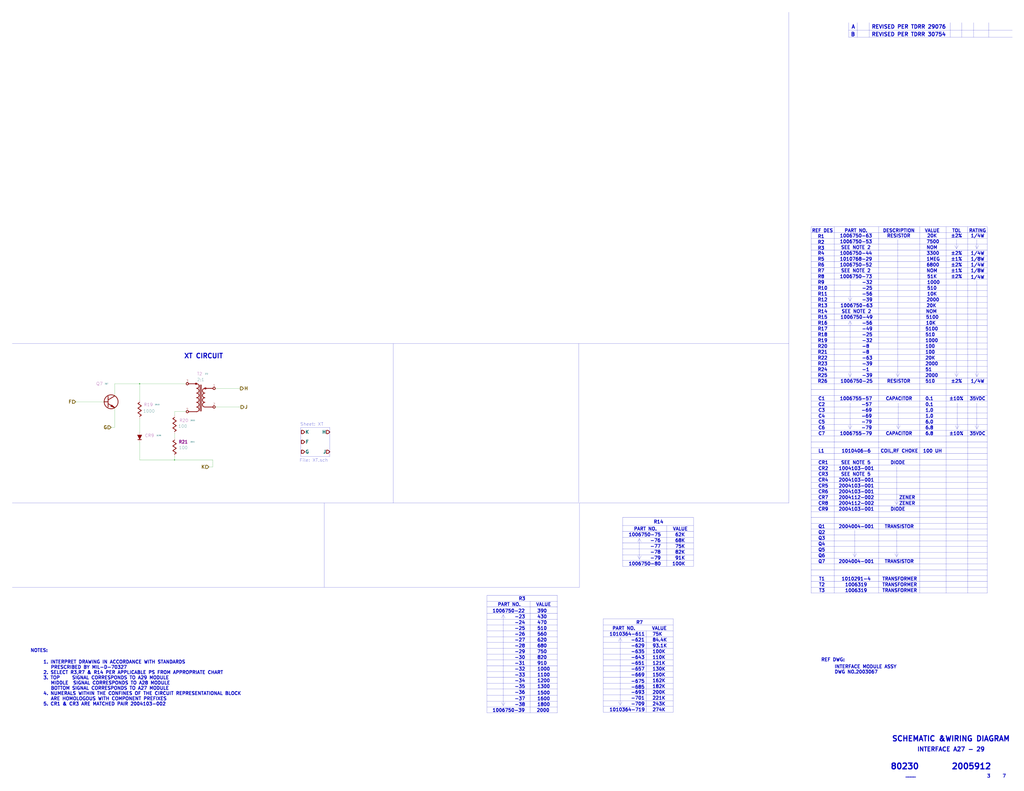
<source format=kicad_sch>
(kicad_sch (version 20211123) (generator eeschema)
  (paper "E")
  (lib_symbols
    (symbol "AGC_DSKY:Diode" (pin_numbers hide) (pin_names (offset 1.016) hide)
      (property "Reference" "CR" (at 0 5.08 0))
      (symbol "Diode_1_1"
        (pin passive line (at -5.08 0 0) (length 2.54) (name "K") (number "1"))
        (pin passive line (at 5.08 0 180) (length 2.54) (name "A") (number "2"))
      )
    )
    (symbol "AGC_DSKY:HierBody" (pin_numbers hide) (pin_names (offset 0) hide))
    (symbol "AGC_DSKY:Resistor" (pin_numbers hide) (pin_names (offset 0) hide)
      (property "Reference" "R" (at -0.635 -4.445 0))
      (symbol "Resistor_1_1"
        (pin passive line (at -10.16 0 0) (length 2.54) (name "1") (number "1"))
        (pin passive line (at 10.16 0 180) (length 2.54) (name "2") (number "2"))
      )
    )
    (symbol "AGC_DSKY:Transformer" (pin_numbers hide) (pin_names (offset 0) hide)
      (property "Reference" "T" (at 0.635 24.13 0))
      (symbol "Transformer_0_0"
        (text "1" (at 14.605 13.335 0) (effects (font (size 2.54 2.54))))
        (text "2" (at 14.605 -6.985 0) (effects (font (size 2.54 2.54))))
        (text "3" (at -14.605 18.415 0) (effects (font (size 2.54 2.54))))
        (text "4" (at -14.605 -12.065 0) (effects (font (size 2.54 2.54))))
      )
      (symbol "Transformer_1_0"
        (pin passive line (at -15.875 15.24 0) (length 0) (name "3") (number "3"))
      )
      (symbol "Transformer_1_1"
        (pin passive line (at 15.875 10.16 180) (length 0) (name "1") (number "1"))
        (pin passive line (at 15.875 -10.16 180) (length 0) (name "2") (number "2"))
        (pin passive line (at -15.875 -15.24 0) (length 0) (name "4") (number "4"))
      )
      (symbol "Transformer_1_2"
        (pin passive line (at 15.875 10.16 180) (length 0) (name "1") (number "1"))
        (pin passive line (at 15.875 -10.16 180) (length 0) (name "2") (number "2"))
        (pin passive line (at -15.875 15.24 0) (length 0) (name "3") (number "3"))
        (pin passive line (at -15.875 -15.24 0) (length 0) (name "4") (number "4"))
      )
    )
    (symbol "AGC_DSKY:Transistor-NPN" (pin_numbers hide) (pin_names (offset 0) hide)
      (property "Reference" "Q" (at 0 10.541 0))
      (symbol "Transistor-NPN_1_1"
        (pin passive line (at 3.81 6.35 180) (length 0) (name "C") (number "1"))
        (pin passive line (at -7.62 0 0) (length 0) (name "B") (number "2"))
        (pin passive line (at 3.81 -6.35 180) (length 0) (name "E") (number "3"))
      )
    )
  )
  (junction (at 190.5 502.285))
  (junction (at 152.4 419.1))
  (polyline (pts (xy 885.19 501.65) (xy 1077.595 501.65)) (stroke (width 0) (type solid)))
  (polyline (pts (xy 885.19 393.7) (xy 1077.595 393.7)) (stroke (width 0) (type solid)))
  (polyline (pts (xy 885.19 444.5) (xy 1077.595 444.5)) (stroke (width 0) (type solid)))
  (polyline (pts (xy 885.19 412.75) (xy 1077.595 412.75)) (stroke (width 0) (type solid)))
  (polyline (pts (xy 1046.48 464.82) (xy 1044.575 468.63)) (stroke (width 0) (type solid)))
  (polyline (pts (xy 1037.1074 40.64) (xy 1037.1074 24.7396)) (stroke (width 0.1524) (type solid)))
  (polyline (pts (xy 861.06 549.275) (xy 632.46 549.275)) (stroke (width 0) (type solid)))
  (polyline (pts (xy 1056.005 247.65) (xy 1056.005 647.7)) (stroke (width 0) (type solid)))
  (polyline (pts (xy 885.19 495.3) (xy 1077.595 495.3)) (stroke (width 0) (type solid)))
  (polyline (pts (xy 885.19 431.8) (xy 1077.595 431.8)) (stroke (width 0) (type solid)))
  (polyline (pts (xy 885.19 488.95) (xy 1077.595 488.95)) (stroke (width 0) (type solid)))
  (polyline (pts (xy 977.9 407.67) (xy 979.805 411.48)) (stroke (width 0) (type solid)))
  (polyline (pts (xy 885.19 406.4) (xy 1077.595 406.4)) (stroke (width 0) (type solid)))
  (polyline (pts (xy 531.495 714.375) (xy 608.33 714.375)) (stroke (width 0) (type solid)))
  (polyline (pts (xy 531.495 682.625) (xy 608.33 682.625)) (stroke (width 0) (type solid)))
  (polyline (pts (xy 531.495 708.025) (xy 608.33 708.025)) (stroke (width 0) (type solid)))
  (polyline (pts (xy 927.735 350.52) (xy 927.735 411.48)) (stroke (width 0) (type solid)))
  (polyline (pts (xy 658.495 727.075) (xy 734.695 727.075)) (stroke (width 0) (type solid)))
  (polyline (pts (xy 861.06 13.335) (xy 861.06 549.275)) (stroke (width 0) (type solid)))
  (polyline (pts (xy 531.495 701.675) (xy 608.33 701.675)) (stroke (width 0) (type solid)))
  (polyline (pts (xy 679.45 612.14) (xy 756.92 612.14)) (stroke (width 0) (type solid)))
  (polyline (pts (xy 608.33 778.51) (xy 608.33 650.24)) (stroke (width 0) (type solid)))
  (polyline (pts (xy 658.495 675.64) (xy 734.695 675.64)) (stroke (width 0) (type solid)))
  (wire (pts (xy 234.95 444.5) (xy 262.89 444.5)))
  (polyline (pts (xy 885.19 635) (xy 1077.595 635)) (stroke (width 0) (type solid)))
  (polyline (pts (xy 885.19 457.2) (xy 1077.595 457.2)) (stroke (width 0) (type solid)))
  (polyline (pts (xy 360.045 498.475) (xy 360.045 466.725)) (stroke (width 0) (type solid)))
  (polyline (pts (xy 531.495 772.16) (xy 608.33 772.16)) (stroke (width 0) (type solid)))
  (polyline (pts (xy 658.495 739.775) (xy 734.695 739.775)) (stroke (width 0) (type solid)))
  (polyline (pts (xy 699.77 607.06) (xy 697.865 610.87)) (stroke (width 0) (type solid)))
  (polyline (pts (xy 958.85 247.65) (xy 958.85 647.7)) (stroke (width 0) (type solid)))
  (polyline (pts (xy 978.535 550.545) (xy 978.535 509.27)) (stroke (width 0) (type solid)))
  (wire (pts (xy 232.41 502.285) (xy 232.41 509.905)))
  (polyline (pts (xy 632.46 549.275) (xy 632.46 641.35)) (stroke (width 0) (type solid)))
  (polyline (pts (xy 910.59 247.65) (xy 910.59 647.7)) (stroke (width 0) (type solid)))
  (polyline (pts (xy 328.295 498.475) (xy 360.045 498.475)) (stroke (width 0) (type solid)))
  (polyline (pts (xy 1064.26 407.67) (xy 1066.165 411.48)) (stroke (width 0) (type solid)))
  (polyline (pts (xy 531.495 746.125) (xy 608.33 746.125)) (stroke (width 0) (type solid)))
  (polyline (pts (xy 885.19 603.25) (xy 1077.595 603.25)) (stroke (width 0) (type solid)))
  (polyline (pts (xy 885.19 469.9) (xy 1077.595 469.9)) (stroke (width 0) (type solid)))
  (polyline (pts (xy 658.495 746.125) (xy 734.695 746.125)) (stroke (width 0) (type solid)))
  (polyline (pts (xy 679.45 586.74) (xy 756.92 586.74)) (stroke (width 0) (type solid)))
  (polyline (pts (xy 978.535 607.695) (xy 978.535 579.12)) (stroke (width 0) (type solid)))
  (polyline (pts (xy 885.19 463.55) (xy 1077.595 463.55)) (stroke (width 0) (type solid)))
  (polyline (pts (xy 1068.07 267.97) (xy 1066.165 271.78)) (stroke (width 0) (type solid)))
  (polyline (pts (xy 885.19 285.75) (xy 1077.595 285.75)) (stroke (width 0) (type solid)))
  (polyline (pts (xy 1049.8074 40.64) (xy 1049.8074 24.7396)) (stroke (width 0.1524) (type solid)))
  (polyline (pts (xy 885.19 247.65) (xy 1077.595 247.65)) (stroke (width 0) (type solid)))
  (polyline (pts (xy 531.495 733.425) (xy 608.33 733.425)) (stroke (width 0) (type solid)))
  (wire (pts (xy 113.665 438.785) (xy 82.55 438.785)))
  (polyline (pts (xy 885.19 349.25) (xy 1077.595 349.25)) (stroke (width 0) (type solid)))
  (wire (pts (xy 190.5 453.39) (xy 190.5 449.58)))
  (polyline (pts (xy 930.91 604.52) (xy 932.815 608.33)) (stroke (width 0) (type solid)))
  (polyline (pts (xy 885.19 508) (xy 1077.595 508)) (stroke (width 0) (type solid)))
  (polyline (pts (xy 697.865 610.235) (xy 697.865 588.01)) (stroke (width 0) (type solid)))
  (wire (pts (xy 152.4 502.285) (xy 190.5 502.285)))
  (wire (pts (xy 152.4 482.6) (xy 152.4 502.285)))
  (polyline (pts (xy 885.19 533.4) (xy 1077.595 533.4)) (stroke (width 0) (type solid)))
  (polyline (pts (xy 929.64 325.12) (xy 927.735 328.93)) (stroke (width 0) (type solid)))
  (polyline (pts (xy 885.19 292.1) (xy 1077.595 292.1)) (stroke (width 0) (type solid)))
  (polyline (pts (xy 531.495 695.325) (xy 608.33 695.325)) (stroke (width 0) (type solid)))
  (polyline (pts (xy 547.37 675.005) (xy 549.275 671.195)) (stroke (width 0) (type solid)))
  (polyline (pts (xy 1066.165 271.78) (xy 1066.165 261.62)) (stroke (width 0) (type solid)))
  (polyline (pts (xy 976.63 547.37) (xy 978.535 551.18)) (stroke (width 0) (type solid)))
  (polyline (pts (xy 695.96 607.06) (xy 697.865 610.87)) (stroke (width 0) (type solid)))
  (polyline (pts (xy 885.19 539.75) (xy 1077.595 539.75)) (stroke (width 0) (type solid)))
  (polyline (pts (xy 980.44 604.52) (xy 978.535 608.33)) (stroke (width 0) (type solid)))
  (polyline (pts (xy 927.735 328.93) (xy 927.735 306.07)) (stroke (width 0) (type solid)))
  (polyline (pts (xy 885.19 311.15) (xy 1077.595 311.15)) (stroke (width 0) (type solid)))
  (polyline (pts (xy 699.77 591.82) (xy 697.865 588.01)) (stroke (width 0) (type solid)))
  (polyline (pts (xy 678.815 766.445) (xy 676.91 770.255)) (stroke (width 0) (type solid)))
  (polyline (pts (xy 531.495 676.275) (xy 608.33 676.275)) (stroke (width 0) (type solid)))
  (polyline (pts (xy 885.19 400.05) (xy 1077.595 400.05)) (stroke (width 0) (type solid)))
  (polyline (pts (xy 934.72 604.52) (xy 932.815 608.33)) (stroke (width 0) (type solid)))
  (polyline (pts (xy 658.495 720.725) (xy 734.695 720.725)) (stroke (width 0) (type solid)))
  (polyline (pts (xy 1003.935 247.65) (xy 1003.935 647.7)) (stroke (width 0) (type solid)))
  (polyline (pts (xy 705.485 688.975) (xy 705.485 777.875)) (stroke (width 0) (type solid)))
  (polyline (pts (xy 1042.035 267.97) (xy 1043.94 271.78)) (stroke (width 0) (type solid)))
  (polyline (pts (xy 1064.26 267.97) (xy 1066.165 271.78)) (stroke (width 0) (type solid)))
  (polyline (pts (xy 885.19 476.25) (xy 1077.595 476.25)) (stroke (width 0) (type solid)))
  (polyline (pts (xy 531.495 765.81) (xy 608.33 765.81)) (stroke (width 0) (type solid)))
  (polyline (pts (xy 658.495 765.175) (xy 734.695 765.175)) (stroke (width 0) (type solid)))
  (polyline (pts (xy 1068.07 464.82) (xy 1066.165 468.63)) (stroke (width 0) (type solid)))
  (polyline (pts (xy 678.815 700.405) (xy 676.91 696.595)) (stroke (width 0) (type solid)))
  (polyline (pts (xy 679.45 574.04) (xy 756.92 574.04)) (stroke (width 0) (type solid)))
  (polyline (pts (xy 578.485 656.59) (xy 578.485 778.51)) (stroke (width 0) (type solid)))
  (polyline (pts (xy 885.19 304.8) (xy 1077.595 304.8)) (stroke (width 0) (type solid)))
  (polyline (pts (xy 885.19 355.6) (xy 1077.595 355.6)) (stroke (width 0) (type solid)))
  (polyline (pts (xy 885.19 254) (xy 1077.595 254)) (stroke (width 0) (type solid)))
  (polyline (pts (xy 658.495 777.875) (xy 734.695 777.875)) (stroke (width 0) (type solid)))
  (polyline (pts (xy 695.96 591.82) (xy 697.865 588.01)) (stroke (width 0) (type solid)))
  (wire (pts (xy 125.095 432.435) (xy 125.095 419.1)))
  (polyline (pts (xy 925.83 354.33) (xy 927.735 350.52)) (stroke (width 0) (type solid)))
  (polyline (pts (xy 885.19 273.05) (xy 1077.595 273.05)) (stroke (width 0) (type solid)))
  (polyline (pts (xy 679.45 565.15) (xy 756.92 565.15)) (stroke (width 0) (type solid)))
  (polyline (pts (xy 885.19 552.45) (xy 1077.595 552.45)) (stroke (width 0) (type solid)))
  (polyline (pts (xy 1077.595 247.65) (xy 1077.595 647.7)) (stroke (width 0) (type solid)))
  (polyline (pts (xy 885.19 330.2) (xy 1077.595 330.2)) (stroke (width 0) (type solid)))
  (polyline (pts (xy 658.495 758.825) (xy 734.695 758.825)) (stroke (width 0) (type solid)))
  (polyline (pts (xy 547.37 767.08) (xy 549.275 770.89)) (stroke (width 0) (type solid)))
  (polyline (pts (xy 885.19 590.55) (xy 1077.595 590.55)) (stroke (width 0) (type solid)))
  (polyline (pts (xy 885.19 342.9) (xy 1077.595 342.9)) (stroke (width 0) (type solid)))
  (polyline (pts (xy 926.1094 40.64) (xy 926.1094 24.765)) (stroke (width 0.1524) (type solid)))
  (polyline (pts (xy 982.345 464.82) (xy 980.44 468.63)) (stroke (width 0) (type solid)))
  (polyline (pts (xy 1062.5074 40.64) (xy 1062.5074 24.7396)) (stroke (width 0.1524) (type solid)))
  (wire (pts (xy 190.5 449.58) (xy 203.2 449.58)))
  (polyline (pts (xy 531.495 739.775) (xy 608.33 739.775)) (stroke (width 0) (type solid)))
  (polyline (pts (xy 885.19 368.3) (xy 1077.595 368.3)) (stroke (width 0) (type solid)))
  (polyline (pts (xy 929.64 464.82) (xy 927.735 468.63)) (stroke (width 0) (type solid)))
  (polyline (pts (xy 925.83 325.12) (xy 927.735 328.93)) (stroke (width 0) (type solid)))
  (polyline (pts (xy 981.71 407.67) (xy 979.805 411.48)) (stroke (width 0) (type solid)))
  (polyline (pts (xy 531.495 650.24) (xy 608.33 650.24)) (stroke (width 0) (type solid)))
  (polyline (pts (xy 929.64 407.67) (xy 927.735 411.48)) (stroke (width 0) (type solid)))
  (polyline (pts (xy 658.495 708.025) (xy 734.695 708.025)) (stroke (width 0) (type solid)))
  (polyline (pts (xy 429.26 375.285) (xy 429.26 549.275)) (stroke (width 0) (type solid)))
  (polyline (pts (xy 885.19 584.2) (xy 1077.595 584.2)) (stroke (width 0) (type solid)))
  (polyline (pts (xy 551.18 675.005) (xy 549.275 671.195)) (stroke (width 0) (type solid)))
  (polyline (pts (xy 658.495 777.875) (xy 658.495 675.64)) (stroke (width 0) (type solid)))
  (polyline (pts (xy 531.495 656.59) (xy 608.33 656.59)) (stroke (width 0) (type solid)))
  (polyline (pts (xy 885.19 615.95) (xy 1077.595 615.95)) (stroke (width 0) (type solid)))
  (polyline (pts (xy 932.815 607.695) (xy 932.815 579.12)) (stroke (width 0) (type solid)))
  (polyline (pts (xy 948.69 40.64) (xy 948.69 24.7396)) (stroke (width 0.1524) (type solid)))
  (polyline (pts (xy 1078.992 40.6146) (xy 1078.992 24.7396)) (stroke (width 0.1524) (type solid)))
  (wire (pts (xy 234.95 424.18) (xy 262.255 424.18)))
  (polyline (pts (xy 658.495 771.525) (xy 734.695 771.525)) (stroke (width 0) (type solid)))
  (polyline (pts (xy 885.19 336.55) (xy 1077.595 336.55)) (stroke (width 0) (type solid)))
  (polyline (pts (xy 1045.845 407.67) (xy 1043.94 411.48)) (stroke (width 0) (type solid)))
  (polyline (pts (xy 885.19 374.65) (xy 1077.595 374.65)) (stroke (width 0) (type solid)))
  (polyline (pts (xy 734.695 675.64) (xy 734.695 777.875)) (stroke (width 0) (type solid)))
  (polyline (pts (xy 885.19 565.15) (xy 1077.595 565.15)) (stroke (width 0) (type solid)))
  (polyline (pts (xy 531.495 720.725) (xy 608.33 720.725)) (stroke (width 0) (type solid)))
  (wire (pts (xy 125.095 445.135) (xy 125.095 466.725)))
  (polyline (pts (xy 1043.94 411.48) (xy 1043.94 306.07)) (stroke (width 0) (type solid)))
  (polyline (pts (xy 13.335 375.285) (xy 861.06 375.285)) (stroke (width 0) (type solid)))
  (polyline (pts (xy 531.495 727.075) (xy 608.33 727.075)) (stroke (width 0) (type solid)))
  (polyline (pts (xy 885.19 425.45) (xy 1077.595 425.45)) (stroke (width 0) (type solid)))
  (polyline (pts (xy 885.19 266.7) (xy 1077.595 266.7)) (stroke (width 0) (type solid)))
  (polyline (pts (xy 631.825 548.64) (xy 631.825 375.285)) (stroke (width 0) (type solid)))
  (polyline (pts (xy 885.19 323.85) (xy 1077.595 323.85)) (stroke (width 0) (type solid)))
  (polyline (pts (xy 531.495 759.46) (xy 608.33 759.46)) (stroke (width 0) (type solid)))
  (polyline (pts (xy 925.83 407.67) (xy 927.735 411.48)) (stroke (width 0) (type solid)))
  (polyline (pts (xy 658.495 688.975) (xy 734.695 688.975)) (stroke (width 0) (type solid)))
  (polyline (pts (xy 885.19 628.65) (xy 1077.595 628.65)) (stroke (width 0) (type solid)))
  (polyline (pts (xy 531.495 688.975) (xy 608.33 688.975)) (stroke (width 0) (type solid)))
  (polyline (pts (xy 658.495 701.675) (xy 734.695 701.675)) (stroke (width 0) (type solid)))
  (polyline (pts (xy 885.19 571.5) (xy 1077.595 571.5)) (stroke (width 0) (type solid)))
  (polyline (pts (xy 885.19 546.1) (xy 1077.595 546.1)) (stroke (width 0) (type solid)))
  (polyline (pts (xy 976.63 604.52) (xy 978.535 608.33)) (stroke (width 0) (type solid)))
  (polyline (pts (xy 675.005 700.405) (xy 676.91 696.595)) (stroke (width 0) (type solid)))
  (polyline (pts (xy 885.19 641.35) (xy 1077.595 641.35)) (stroke (width 0) (type solid)))
  (polyline (pts (xy 978.535 464.82) (xy 980.44 468.63)) (stroke (width 0) (type solid)))
  (polyline (pts (xy 531.495 752.475) (xy 608.33 752.475)) (stroke (width 0) (type solid)))
  (polyline (pts (xy 885.19 387.35) (xy 1077.595 387.35)) (stroke (width 0) (type solid)))
  (polyline (pts (xy 531.495 778.51) (xy 531.495 650.24)) (stroke (width 0) (type solid)))
  (polyline (pts (xy 328.295 466.725) (xy 328.295 498.475)) (stroke (width 0) (type solid)))
  (polyline (pts (xy 885.19 520.7) (xy 1077.595 520.7)) (stroke (width 0) (type solid)))
  (polyline (pts (xy 885.19 647.7) (xy 1077.595 647.7)) (stroke (width 0) (type solid)))
  (polyline (pts (xy 980.44 467.995) (xy 980.44 440.055)) (stroke (width 0) (type solid)))
  (polyline (pts (xy 885.19 622.3) (xy 1077.595 622.3)) (stroke (width 0) (type solid)))
  (polyline (pts (xy 925.83 464.82) (xy 927.735 468.63)) (stroke (width 0) (type solid)))
  (polyline (pts (xy 1068.07 407.67) (xy 1066.165 411.48)) (stroke (width 0) (type solid)))
  (polyline (pts (xy 927.735 467.995) (xy 927.735 440.055)) (stroke (width 0) (type solid)))
  (polyline (pts (xy 531.495 662.94) (xy 608.33 662.94)) (stroke (width 0) (type solid)))
  (polyline (pts (xy 679.45 565.15) (xy 679.45 618.49)) (stroke (width 0) (type solid)))
  (wire (pts (xy 152.4 419.1) (xy 203.2 419.1)))
  (polyline (pts (xy 929.64 354.33) (xy 927.735 350.52)) (stroke (width 0) (type solid)))
  (polyline (pts (xy 658.495 682.625) (xy 734.695 682.625)) (stroke (width 0) (type solid)))
  (polyline (pts (xy 679.45 618.49) (xy 756.92 618.49)) (stroke (width 0) (type solid)))
  (polyline (pts (xy 1043.94 271.78) (xy 1043.94 261.62)) (stroke (width 0) (type solid)))
  (polyline (pts (xy 885.19 527.05) (xy 1077.595 527.05)) (stroke (width 0) (type solid)))
  (polyline (pts (xy 885.19 419.1) (xy 1077.595 419.1)) (stroke (width 0) (type solid)))
  (wire (pts (xy 152.4 436.88) (xy 152.4 419.1)))
  (polyline (pts (xy 679.45 605.79) (xy 756.92 605.79)) (stroke (width 0) (type solid)))
  (polyline (pts (xy 885.19 482.6) (xy 1077.595 482.6)) (stroke (width 0) (type solid)))
  (polyline (pts (xy 885.19 298.45) (xy 1077.595 298.45)) (stroke (width 0) (type solid)))
  (polyline (pts (xy 885.19 279.4) (xy 1077.595 279.4)) (stroke (width 0) (type solid)))
  (polyline (pts (xy 13.335 549.275) (xy 631.825 549.275)) (stroke (width 0) (type solid)))
  (polyline (pts (xy 1066.165 411.48) (xy 1066.165 306.07)) (stroke (width 0) (type solid)))
  (polyline (pts (xy 549.275 770.255) (xy 549.275 671.195)) (stroke (width 0) (type solid)))
  (polyline (pts (xy 885.19 260.35) (xy 1077.595 260.35)) (stroke (width 0) (type solid)))
  (polyline (pts (xy 885.19 361.95) (xy 1077.595 361.95)) (stroke (width 0) (type solid)))
  (polyline (pts (xy 679.45 593.09) (xy 756.92 593.09)) (stroke (width 0) (type solid)))
  (polyline (pts (xy 676.91 769.62) (xy 676.91 696.595)) (stroke (width 0) (type solid)))
  (wire (pts (xy 190.5 502.285) (xy 232.41 502.285)))
  (polyline (pts (xy 679.45 580.39) (xy 756.92 580.39)) (stroke (width 0) (type solid)))
  (polyline (pts (xy 658.495 714.375) (xy 734.695 714.375)) (stroke (width 0) (type solid)))
  (polyline (pts (xy 1044.575 467.995) (xy 1044.575 440.055)) (stroke (width 0) (type solid)))
  (polyline (pts (xy 551.18 767.08) (xy 549.275 770.89)) (stroke (width 0) (type solid)))
  (polyline (pts (xy 756.92 565.15) (xy 756.92 618.49)) (stroke (width 0) (type solid)))
  (wire (pts (xy 190.5 478.155) (xy 190.5 473.71)))
  (polyline (pts (xy 980.44 547.37) (xy 978.535 551.18)) (stroke (width 0) (type solid)))
  (polyline (pts (xy 531.495 669.925) (xy 608.33 669.925)) (stroke (width 0) (type solid)))
  (wire (pts (xy 125.095 466.725) (xy 121.285 466.725)))
  (polyline (pts (xy 979.805 261.62) (xy 979.805 411.48)) (stroke (width 0) (type solid)))
  (polyline (pts (xy 885.19 247.65) (xy 885.19 647.7)) (stroke (width 0) (type solid)))
  (polyline (pts (xy 885.19 577.85) (xy 1077.595 577.85)) (stroke (width 0) (type solid)))
  (polyline (pts (xy 885.19 381) (xy 1077.595 381)) (stroke (width 0) (type solid)))
  (polyline (pts (xy 727.71 574.04) (xy 727.71 618.49)) (stroke (width 0) (type solid)))
  (polyline (pts (xy 675.005 766.445) (xy 676.91 770.255)) (stroke (width 0) (type solid)))
  (polyline (pts (xy 1042.67 464.82) (xy 1044.575 468.63)) (stroke (width 0) (type solid)))
  (polyline (pts (xy 935.7106 40.64) (xy 935.7106 24.765)) (stroke (width 0.1524) (type solid)))
  (wire (pts (xy 232.41 509.905) (xy 227.965 509.905)))
  (polyline (pts (xy 353.695 641.35) (xy 353.695 549.275)) (stroke (width 0) (type solid)))
  (polyline (pts (xy 658.495 752.475) (xy 734.695 752.475)) (stroke (width 0) (type solid)))
  (polyline (pts (xy 531.495 778.51) (xy 608.33 778.51)) (stroke (width 0) (type solid)))
  (wire (pts (xy 125.095 419.1) (xy 152.4 419.1)))
  (polyline (pts (xy 885.19 514.35) (xy 1077.595 514.35)) (stroke (width 0) (type solid)))
  (polyline (pts (xy 885.19 558.8) (xy 1077.595 558.8)) (stroke (width 0) (type solid)))
  (polyline (pts (xy 885.19 596.9) (xy 1077.595 596.9)) (stroke (width 0) (type solid)))
  (polyline (pts (xy 1104.9 33.02) (xy 926.1094 33.02)) (stroke (width 0.1524) (type solid)))
  (polyline (pts (xy 1066.165 467.995) (xy 1066.165 440.055)) (stroke (width 0) (type solid)))
  (polyline (pts (xy 360.045 466.725) (xy 328.295 466.725)) (stroke (width 0) (type solid)))
  (polyline (pts (xy 1042.035 407.67) (xy 1043.94 411.48)) (stroke (width 0) (type solid)))
  (polyline (pts (xy 658.495 733.425) (xy 734.695 733.425)) (stroke (width 0) (type solid)))
  (polyline (pts (xy 1104.9 40.64) (xy 926.1094 40.64)) (stroke (width 0.1524) (type solid)))
  (polyline (pts (xy 885.19 438.15) (xy 1077.595 438.15)) (stroke (width 0) (type solid)))
  (polyline (pts (xy 679.45 599.44) (xy 756.92 599.44)) (stroke (width 0) (type solid)))
  (wire (pts (xy 190.5 498.475) (xy 190.5 502.285)))
  (polyline (pts (xy 885.19 317.5) (xy 1077.595 317.5)) (stroke (width 0) (type solid)))
  (polyline (pts (xy 1032.51 247.65) (xy 1032.51 647.7)) (stroke (width 0) (type solid)))
  (polyline (pts (xy 885.19 450.85) (xy 1077.595 450.85)) (stroke (width 0) (type solid)))
  (polyline (pts (xy 885.19 609.6) (xy 1077.595 609.6)) (stroke (width 0) (type solid)))
  (wire (pts (xy 152.4 457.2) (xy 152.4 472.44)))
  (polyline (pts (xy 658.495 695.325) (xy 734.695 695.325)) (stroke (width 0) (type solid)))
  (polyline (pts (xy 1064.26 464.82) (xy 1066.165 468.63)) (stroke (width 0) (type solid)))
  (polyline (pts (xy 1045.845 267.97) (xy 1043.94 271.78)) (stroke (width 0) (type solid)))
  (polyline (pts (xy 13.335 641.35) (xy 632.46 641.35)) (stroke (width 0) (type solid)))
  (text "1800" (at 586.105 771.525 0) (effects (font (size 3.556 3.556) (thickness 0.7112) bold) (justify left bottom)))
  (text "6800" (at 1010.92 291.465 0) (effects (font (size 3.556 3.556) (thickness 0.7112) bold) (justify left bottom)))
  (text "-31" (at 561.34 726.44 0) (effects (font (size 3.556 3.556) (thickness 0.7112) bold) (justify left bottom)))
  (text "Q5" (at 892.81 602.615 0) (effects (font (size 3.556 3.556) (thickness 0.7112) bold) (justify left bottom)))
  (text "-35" (at 561.34 751.84 0) (effects (font (size 3.556 3.556) (thickness 0.7112) bold) (justify left bottom)))
  (text "±2%" (at 1037.59 291.465 0) (effects (font (size 3.556 3.556) (thickness 0.7112) bold) (justify left bottom)))
  (text "1006750-75" (at 685.8 586.105 0) (effects (font (size 3.556 3.556) (thickness 0.7112) bold) (justify left bottom)))
  (text "DIODE" (at 971.55 558.165 0) (effects (font (size 3.556 3.556) (thickness 0.7112) bold) (justify left bottom)))
  (text "SEE NOTE 5" (at 917.575 507.365 0) (effects (font (size 3.556 3.556) (thickness 0.7112) bold) (justify left bottom)))
  (text "1/8W" (at 1059.18 297.815 0) (effects (font (size 3.556 3.556) (thickness 0.7112) bold) (justify left bottom)))
  (text "1MEG" (at 1010.92 285.115 0) (effects (font (size 3.556 3.556) (thickness 0.7112) bold) (justify left bottom)))
  (text "TRANSFORMER" (at 962.66 634.365 0) (effects (font (size 3.556 3.556) (thickness 0.7112) bold) (justify left bottom)))
  (text "84.4K" (at 711.835 701.04 0) (effects (font (size 3.556 3.556) (thickness 0.7112) bold) (justify left bottom)))
  (text "-78" (at 709.295 605.155 0) (effects (font (size 3.556 3.556) (thickness 0.7112) bold) (justify left bottom)))
  (text "-693" (at 688.34 758.19 0) (effects (font (size 3.556 3.556) (thickness 0.7112) bold) (justify left bottom)))
  (text "R19" (at 892.175 374.015 0) (effects (font (size 3.556 3.556) (thickness 0.7112) bold) (justify left bottom)))
  (text "-76" (at 709.295 592.455 0) (effects (font (size 3.556 3.556) (thickness 0.7112) bold) (justify left bottom)))
  (text "0.1" (at 1009.65 443.865 0) (effects (font (size 3.556 3.556) (thickness 0.7112) bold) (justify left bottom)))
  (text "R7" (at 892.175 297.815 0) (effects (font (size 3.556 3.556) (thickness 0.7112) bold) (justify left bottom)))
  (text "±1%" (at 1037.59 297.815 0) (effects (font (size 3.556 3.556) (thickness 0.7112) bold) (justify left bottom)))
  (text "XT CIRCUIT" (at 243.84 391.795 180) (effects (font (size 5.08 5.08) (thickness 1.016) bold) (justify right bottom)))
  (text "2000" (at 1009.65 412.115 0) (effects (font (size 3.556 3.556) (thickness 0.7112) bold) (justify left bottom)))
  (text "R22" (at 892.175 393.065 0) (effects (font (size 3.556 3.556) (thickness 0.7112) bold) (justify left bottom)))
  (text "100 UH" (at 1007.11 494.665 0) (effects (font (size 3.556 3.556) (thickness 0.7112) bold) (justify left bottom)))
  (text "200K" (at 711.835 758.19 0) (effects (font (size 3.556 3.556) (thickness 0.7112) bold) (justify left bottom)))
  (text "R16" (at 892.175 354.965 0) (effects (font (size 3.556 3.556) (thickness 0.7112) bold) (justify left bottom)))
  (text "PART NO." (at 668.02 688.34 0) (effects (font (size 3.556 3.556) (thickness 0.7112) bold) (justify left bottom)))
  (text "80230" (at 971.55 840.74 0) (effects (font (size 6.35 6.35) (thickness 1.27) bold) (justify left bottom)))
  (text "CR1" (at 892.81 507.365 0) (effects (font (size 3.556 3.556) (thickness 0.7112) bold) (justify left bottom)))
  (text "±2%" (at 1037.59 278.765 0) (effects (font (size 3.556 3.556) (thickness 0.7112) bold) (justify left bottom)))
  (text "RESISTOR" (at 967.74 418.465 0) (effects (font (size 3.556 3.556) (thickness 0.7112) bold) (justify left bottom)))
  (text "2004112-002" (at 915.035 551.815 0) (effects (font (size 3.556 3.556) (thickness 0.7112) bold) (justify left bottom)))
  (text "R12" (at 892.175 329.565 0) (effects (font (size 3.556 3.556) (thickness 0.7112) bold) (justify left bottom)))
  (text "Q7" (at 892.81 615.315 0) (effects (font (size 3.556 3.556) (thickness 0.7112) bold) (justify left bottom)))
  (text "82K" (at 736.6 605.155 0) (effects (font (size 3.556 3.556) (thickness 0.7112) bold) (justify left bottom)))
  (text "-685" (at 688.34 752.475 0) (effects (font (size 3.556 3.556) (thickness 0.7112) bold) (justify left bottom)))
  (text "20K" (at 1010.92 335.915 0) (effects (font (size 3.556 3.556) (thickness 0.7112) bold) (justify left bottom)))
  (text "CR7" (at 892.81 545.465 0) (effects (font (size 3.556 3.556) (thickness 0.7112) bold) (justify left bottom)))
  (text "R10" (at 892.175 316.865 0) (effects (font (size 3.556 3.556) (thickness 0.7112) bold) (justify left bottom)))
  (text "390" (at 586.105 669.29 0) (effects (font (size 3.556 3.556) (thickness 0.7112) bold) (justify left bottom)))
  (text "C2" (at 892.81 443.865 0) (effects (font (size 3.556 3.556) (thickness 0.7112) bold) (justify left bottom)))
  (text "-38" (at 561.34 771.525 0) (effects (font (size 3.556 3.556) (thickness 0.7112) bold) (justify left bottom)))
  (text "-79" (at 939.8 462.915 0) (effects (font (size 3.556 3.556) (thickness 0.7112) bold) (justify left bottom)))
  (text "1/4W" (at 1059.18 418.465 0) (effects (font (size 3.556 3.556) (thickness 0.7112) bold) (justify left bottom)))
  (text "35VDC" (at 1057.91 437.515 0) (effects (font (size 3.556 3.556) (thickness 0.7112) bold) (justify left bottom)))
  (text "2000" (at 585.47 777.875 0) (effects (font (size 3.556 3.556) (thickness 0.7112) bold) (justify left bottom)))
  (text "COIL,RF CHOKE" (at 960.755 494.665 0) (effects (font (size 3.556 3.556) (thickness 0.7112) bold) (justify left bottom)))
  (text "51K" (at 1011.555 304.165 0) (effects (font (size 3.556 3.556) (thickness 0.7112) bold) (justify left bottom)))
  (text "CR6" (at 892.81 539.115 0) (effects (font (size 3.556 3.556) (thickness 0.7112) bold) (justify left bottom)))
  (text "R8" (at 892.175 304.165 0) (effects (font (size 3.556 3.556) (thickness 0.7112) bold) (justify left bottom)))
  (text "-25" (at 940.435 316.865 0) (effects (font (size 3.556 3.556) (thickness 0.7112) bold) (justify left bottom)))
  (text "C5" (at 892.81 462.915 0) (effects (font (size 3.556 3.556) (thickness 0.7112) bold) (justify left bottom)))
  (text "162K" (at 711.835 745.49 0) (effects (font (size 3.556 3.556) (thickness 0.7112) bold) (justify left bottom)))
  (text "ZENER" (at 981.075 551.815 0) (effects (font (size 3.556 3.556) (thickness 0.7112) bold) (justify left bottom)))
  (text "Q4" (at 892.81 596.265 0) (effects (font (size 3.556 3.556) (thickness 0.7112) bold) (justify left bottom)))
  (text "121K" (at 711.835 726.44 0) (effects (font (size 3.556 3.556) (thickness 0.7112) bold) (justify left bottom)))
  (text "-36" (at 561.34 758.19 0) (effects (font (size 3.556 3.556) (thickness 0.7112) bold) (justify left bottom)))
  (text "1006750-80" (at 685.8 617.855 0) (effects (font (size 3.556 3.556) (thickness 0.7112) bold) (justify left bottom)))
  (text "DESCRIPTION" (at 963.295 254 0) (effects (font (size 3.556 3.556) (thickness 0.7112) bold) (justify left bottom)))
  (text "-49" (at 940.435 361.315 0) (effects (font (size 3.556 3.556) (thickness 0.7112) bold) (justify left bottom)))
  (text "±2%" (at 1037.59 418.465 0) (effects (font (size 3.556 3.556) (thickness 0.7112) bold) (justify left bottom)))
  (text "Q2" (at 892.81 583.565 0) (effects (font (size 3.556 3.556) (thickness 0.7112) bold) (justify left bottom)))
  (text "6.8" (at 1009.65 475.615 0) (effects (font (size 3.556 3.556) (thickness 0.7112) bold) (justify left bottom)))
  (text "-63" (at 940.435 393.065 0) (effects (font (size 3.556 3.556) (thickness 0.7112) bold) (justify left bottom)))
  (text "R4" (at 892.175 278.765 0) (effects (font (size 3.556 3.556) (thickness 0.7112) bold) (justify left bottom)))
  (text "93.1K" (at 711.835 707.39 0) (effects (font (size 3.556 3.556) (thickness 0.7112) bold) (justify left bottom)))
  (text "R26" (at 892.175 418.465 0) (effects (font (size 3.556 3.556) (thickness 0.7112) bold) (justify left bottom)))
  (text "T2" (at 893.445 640.715 0) (effects (font (size 3.556 3.556) (thickness 0.7112) bold) (justify left bottom)))
  (text "R25" (at 892.175 412.115 0) (effects (font (size 3.556 3.556) (thickness 0.7112) bold) (justify left bottom)))
  (text "0.1" (at 1009.65 437.515 0) (effects (font (size 3.556 3.556) (thickness 0.7112) bold) (justify left bottom)))
  (text "CR4" (at 892.81 526.415 0) (effects (font (size 3.556 3.556) (thickness 0.7112) bold) (justify left bottom)))
  (text "Q3" (at 892.81 589.915 0) (effects (font (size 3.556 3.556) (thickness 0.7112) bold) (justify left bottom)))
  (text "-32" (at 940.435 374.015 0) (effects (font (size 3.556 3.556) (thickness 0.7112) bold) (justify left bottom)))
  (text "____" (at 988.06 848.995 0) (effects (font (size 3.556 3.556) (thickness 0.7112) bold) (justify left bottom)))
  (text "R6" (at 892.175 291.465 0) (effects (font (size 3.556 3.556) (thickness 0.7112) bold) (justify left bottom)))
  (text "1/4W" (at 1059.18 291.465 0) (effects (font (size 3.556 3.556) (thickness 0.7112) bold) (justify left bottom)))
  (text "1000" (at 1009.65 374.015 0) (effects (font (size 3.556 3.556) (thickness 0.7112) bold) (justify left bottom)))
  (text "-32" (at 940.435 310.515 0) (effects (font (size 3.556 3.556) (thickness 0.7112) bold) (justify left bottom)))
  (text "-1" (at 940.435 405.765 0) (effects (font (size 3.556 3.556) (thickness 0.7112) bold) (justify left bottom)))
  (text "RATING" (at 1057.275 254 0) (effects (font (size 3.556 3.556) (thickness 0.7112) bold) (justify left bottom)))
  (text "-33" (at 561.34 739.14 0) (effects (font (size 3.556 3.556) (thickness 0.7112) bold) (justify left bottom)))
  (text "1/4W" (at 1059.18 278.765 0) (effects (font (size 3.556 3.556) (thickness 0.7112) bold) (justify left bottom)))
  (text "6.0" (at 1009.65 462.915 0) (effects (font (size 3.556 3.556) (thickness 0.7112) bold) (justify left bottom)))
  (text "TRANSISTOR" (at 965.2 577.215 0) (effects (font (size 3.556 3.556) (thickness 0.7112) bold) (justify left bottom)))
  (text "-23" (at 561.34 675.64 0) (effects (font (size 3.556 3.556) (thickness 0.7112) bold) (justify left bottom)))
  (text "NOM" (at 1010.285 342.265 0) (effects (font (size 3.556 3.556) (thickness 0.7112) bold) (justify left bottom)))
  (text "Q1" (at 892.81 577.215 0) (effects (font (size 3.556 3.556) (thickness 0.7112) bold) (justify left bottom)))
  (text "1010291-4" (at 918.21 634.365 0) (effects (font (size 3.556 3.556) (thickness 0.7112) bold) (justify left bottom)))
  (text "SEE NOTE 5" (at 917.575 520.065 0) (effects (font (size 3.556 3.556) (thickness 0.7112) bold) (justify left bottom)))
  (text "INTERFACE MODULE ASSY\nDWG NO.2003067" (at 910.59 735.965 0) (effects (font (size 3.556 3.556) (thickness 0.7112) bold) (justify left bottom)))
  (text "2005912" (at 1038.225 840.74 0) (effects (font (size 6.35 6.35) (thickness 1.27) bold) (justify left bottom)))
  (text "C1" (at 892.81 437.515 0) (effects (font (size 3.556 3.556) (thickness 0.7112) bold) (justify left bottom)))
  (text "100K" (at 711.835 713.74 0) (effects (font (size 3.556 3.556) (thickness 0.7112) bold) (justify left bottom)))
  (text "2004103-001" (at 915.035 532.765 0) (effects (font (size 3.556 3.556) (thickness 0.7112) bold) (justify left bottom)))
  (text "SEE NOTE 2" (at 917.575 272.415 0) (effects (font (size 3.556 3.556) (thickness 0.7112) bold) (justify left bottom)))
  (text "1006750-73" (at 916.305 304.165 0) (effects (font (size 3.556 3.556) (thickness 0.7112) bold) (justify left bottom)))
  (text "R1" (at 892.175 260.35 0) (effects (font (size 3.556 3.556) (thickness 0.7112) bold) (justify left bottom)))
  (text "R24" (at 892.175 405.765 0) (effects (font (size 3.556 3.556) (thickness 0.7112) bold) (justify left bottom)))
  (text "SEE NOTE 2" (at 918.21 342.265 0) (effects (font (size 3.556 3.556) (thickness 0.7112) bold) (justify left bottom)))
  (text "2004103-001" (at 915.035 558.165 0) (effects (font (size 3.556 3.556) (thickness 0.7112) bold) (justify left bottom)))
  (text "-8" (at 940.435 380.365 0) (effects (font (size 3.556 3.556) (thickness 0.7112) bold) (justify left bottom)))
  (text "-669" (at 688.34 739.14 0) (effects (font (size 3.556 3.556) (thickness 0.7112) bold) (justify left bottom)))
  (text "R15" (at 892.175 348.615 0) (effects (font (size 3.556 3.556) (thickness 0.7112) bold) (justify left bottom)))
  (text "TOL" (at 1038.86 254 0) (effects (font (size 3.556 3.556) (thickness 0.7112) bold) (justify left bottom)))
  (text "C3" (at 892.81 450.215 0) (effects (font (size 3.556 3.556) (thickness 0.7112) bold) (justify left bottom)))
  (text "PART NO." (at 691.515 579.755 0) (effects (font (size 3.556 3.556) (thickness 0.7112) bold) (justify left bottom)))
  (text "1006750-63" (at 916.305 259.715 0) (effects (font (size 3.556 3.556) (thickness 0.7112) bold) (justify left bottom)))
  (text "-39" (at 940.435 329.565 0) (effects (font (size 3.556 3.556) (thickness 0.7112) bold) (justify left bottom)))
  (text "430" (at 586.105 675.64 0) (effects (font (size 3.556 3.556) (thickness 0.7112) bold) (justify left bottom)))
  (text "VALUE" (at 1009.015 254 0) (effects (font (size 3.556 3.556) (thickness 0.7112) bold) (justify left bottom)))
  (text "R5" (at 892.175 285.115 0) (effects (font (size 3.556 3.556) (thickness 0.7112) bold) (justify left bottom)))
  (text "L1" (at 892.81 494.665 0) (effects (font (size 3.556 3.556) (thickness 0.7112) bold) (justify left bottom)))
  (text "ZENER" (at 981.075 545.465 0) (effects (font (size 3.556 3.556) (thickness 0.7112) bold) (justify left bottom)))
  (text "7500" (at 1010.92 266.065 0) (effects (font (size 3.556 3.556) (thickness 0.7112) bold) (justify left bottom)))
  (text "R18" (at 892.175 367.665 0) (effects (font (size 3.556 3.556) (thickness 0.7112) bold) (justify left bottom)))
  (text "3     7" (at 1076.96 849.63 0) (effects (font (size 3.556 3.556) (thickness 0.7112) bold) (justify left bottom)))
  (text "CAPACITOR" (at 966.47 437.515 0) (effects (font (size 3.556 3.556) (thickness 0.7112) bold) (justify left bottom)))
  (text "NOM" (at 1010.92 297.815 0) (effects (font (size 3.556 3.556) (thickness 0.7112) bold) (justify left bottom)))
  (text "2004103-001" (at 915.035 526.415 0) (effects (font (size 3.556 3.556) (thickness 0.7112) bold) (justify left bottom)))
  (text "T3" (at 893.445 647.065 0) (effects (font (size 3.556 3.556) (thickness 0.7112) bold) (justify left bottom)))
  (text "NOM" (at 1010.92 272.415 0) (effects (font (size 3.556 3.556) (thickness 0.7112) bold) (justify left bottom)))
  (text "TRANSFORMER" (at 962.66 647.065 0) (effects (font (size 3.556 3.556) (thickness 0.7112) bold) (justify left bottom)))
  (text "-675" (at 688.34 746.125 0) (effects (font (size 3.556 3.556) (thickness 0.7112) bold) (justify left bottom)))
  (text "1. INTERPRET DRAWING IN ACCORDANCE WITH STANDARDS\n   PRESCRIBED BY MIL-D-70327\n2. SELECT R3,R7 & R14 PER APPLICABLE PS FROM APPROPRIATE CHART\n3. TOP     SIGNAL CORRESPONDS TO A29 MODULE\n   MIDDLE  SIGNAL CORRESPONDS TO A28 MODULE\n   BOTTOM SIGNAL CORRESPONDS TO A27 MODULE\n4. NUMERALS WITHIN THE CONFINES OF THE CIRCUIT REPRESENTATIONAL BLOCK\n   ARE HOMOLOGOUS WITH COMPONENT PREFIXES\n5. CR1 & CR3 ARE MATCHED PAIR 2004103-002" (at 46.99 770.89 0) (effects (font (size 3.556 3.556) (thickness 0.7112) bold) (justify left bottom)))
  (text "VALUE" (at 584.835 662.305 0) (effects (font (size 3.556 3.556) (thickness 0.7112) bold) (justify left bottom)))
  (text "PART NO." (at 542.925 662.305 0) (effects (font (size 3.556 3.556) (thickness 0.7112) bold) (justify left bottom)))
  (text "±10%" (at 1035.685 475.615 0) (effects (font (size 3.556 3.556) (thickness 0.7112) bold) (justify left bottom)))
  (text "T1" (at 893.445 634.365 0) (effects (font (size 3.556 3.556) (thickness 0.7112) bold) (justify left bottom)))
  (text "File: XT.sch" (at 358.14 504.825 180) (effects (font (size 3.556 3.556)) (justify right bottom)))
  (text "CR9" (at 892.81 558.165 0) (effects (font (size 3.556 3.556) (thickness 0.7112) bold) (justify left bottom)))
  (text "-79" (at 939.8 469.265 0) (effects (font (size 3.556 3.556) (thickness 0.7112) bold) (justify left bottom)))
  (text "R21" (at 892.175 386.715 0) (effects (font (size 3.556 3.556) (thickness 0.7112) bold) (justify left bottom)))
  (text "R23" (at 892.175 399.415 0) (effects (font (size 3.556 3.556) (thickness 0.7112) bold) (justify left bottom)))
  (text "R3" (at 892.175 273.05 0) (effects (font (size 3.556 3.556) (thickness 0.7112) bold) (justify left bottom)))
  (text "C4" (at 892.81 456.565 0) (effects (font (size 3.556 3.556) (thickness 0.7112) bold) (justify left bottom)))
  (text "5100" (at 1009.65 361.315 0) (effects (font (size 3.556 3.556) (thickness 0.7112) bold) (justify left bottom)))
  (text "1006750-49" (at 916.94 348.615 0) (effects (font (size 3.556 3.556) (thickness 0.7112) bold) (justify left bottom)))
  (text "243K" (at 711.835 770.89 0) (effects (font (size 3.556 3.556) (thickness 0.7112) bold) (justify left bottom)))
  (text "1000" (at 1011.555 310.515 0) (effects (font (size 3.556 3.556) (thickness 0.7112) bold) (justify left bottom)))
  (text "R2" (at 892.175 266.7 0) (effects (font (size 3.556 3.556) (thickness 0.7112) bold) (justify left bottom)))
  (text "221K" (at 711.835 764.54 0) (effects (font (size 3.556 3.556) (thickness 0.7112) bold) (justify left bottom)))
  (text "±2%" (at 1037.59 304.165 0) (effects (font (size 3.556 3.556) (thickness 0.7112) bold) (justify left bottom)))
  (text "1600" (at 586.105 765.175 0) (effects (font (size 3.556 3.556) (thickness 0.7112) bold) (justify left bottom)))
  (text "1006319" (at 922.02 647.065 0) (effects (font (size 3.556 3.556) (thickness 0.7112) bold) (justify left bottom)))
  (text "CAPACITOR" (at 966.47 475.615 0) (effects (font (size 3.556 3.556) (thickness 0.7112) bold) (justify left bottom)))
  (text "NOTES:" (at 33.02 712.47 0) (effects (font (size 3.556 3.556) (thickness 0.7112) bold) (justify left bottom)))
  (text "1006750-25" (at 916.94 418.465 0) (effects (font (size 3.556 3.556) (thickness 0.7112) bold) (justify left bottom)))
  (text "-39" (at 940.435 412.115 0) (effects (font (size 3.556 3.556) (thickness 0.7112) bold) (justify left bottom)))
  (text "-657" (at 688.34 732.79 0) (effects (font (size 3.556 3.556) (thickness 0.7112) bold) (justify left bottom)))
  (text "CR8" (at 892.81 551.815 0) (effects (font (size 3.556 3.556) (thickness 0.7112) bold) (justify left bottom)))
  (text "68K" (at 736.6 592.455 0) (effects (font (size 3.556 3.556) (thickness 0.7112) bold) (justify left bottom)))
  (text "1006750-53" (at 916.305 266.065 0) (effects (font (size 3.556 3.556) (thickness 0.7112) bold) (justify left bottom)))
  (text "182K" (at 711.835 751.84 0) (effects (font (size 3.556 3.556) (thickness 0.7112) bold) (justify left bottom)))
  (text "910" (at 586.105 726.44 0) (effects (font (size 3.556 3.556) (thickness 0.7112) bold) (justify left bottom)))
  (text "-27" (at 561.34 701.04 0) (effects (font (size 3.556 3.556) (thickness 0.7112) bold) (justify left bottom)))
  (text "VALUE" (at 711.2 688.34 0) (effects (font (size 3.556 3.556) (thickness 0.7112) bold) (justify left bottom)))
  (text "-29" (at 561.34 713.74 0) (effects (font (size 3.556 3.556) (thickness 0.7112) bold) (justify left bottom)))
  (text "REF DES" (at 885.825 254 0) (effects (font (size 3.556 3.556) (thickness 0.7112) bold) (justify left bottom)))
  (text "75K" (at 736.6 598.805 0) (effects (font (size 3.556 3.556) (thickness 0.7112) bold) (justify left bottom)))
  (text "INTERFACE A27 - 29" (at 1000.76 821.055 0) (effects (font (size 4.572 4.572) (thickness 0.9144) bold) (justify left bottom)))
  (text "35VDC" (at 1057.91 475.615 0) (effects (font (size 3.556 3.556) (thickness 0.7112) bold) (justify left bottom)))
  (text "100K" (at 733.425 617.855 0) (effects (font (size 3.556 3.556) (thickness 0.7112) bold) (justify left bottom)))
  (text "R17" (at 892.175 361.315 0) (effects (font (size 3.556 3.556) (thickness 0.7112) bold) (justify left bottom)))
  (text "470" (at 586.105 681.99 0) (effects (font (size 3.556 3.556) (thickness 0.7112) bold) (justify left bottom)))
  (text "1/8W" (at 1059.18 285.115 0) (effects (font (size 3.556 3.556) (thickness 0.7112) bold) (justify left bottom)))
  (text "-28" (at 561.34 707.39 0) (effects (font (size 3.556 3.556) (thickness 0.7112) bold) (justify left bottom)))
  (text "510" (at 1009.65 418.465 0) (effects (font (size 3.556 3.556) (thickness 0.7112) bold) (justify left bottom)))
  (text "-643" (at 688.34 720.09 0) (effects (font (size 3.556 3.556) (thickness 0.7112) bold) (justify left bottom)))
  (text "R14" (at 713.105 572.135 0) (effects (font (size 3.556 3.556) (thickness 0.7112) bold) (justify left bottom)))
  (text "1006750-44" (at 916.305 278.765 0) (effects (font (size 3.556 3.556) (thickness 0.7112) bold) (justify left bottom)))
  (text "-651" (at 688.34 726.44 0) (effects (font (size 3.556 3.556) (thickness 0.7112) bold) (justify left bottom)))
  (text "100" (at 1009.65 386.715 0) (effects (font (size 3.556 3.556) (thickness 0.7112) bold) (justify left bottom)))
  (text "VALUE" (at 734.06 579.755 0) (effects (font (size 3.556 3.556) (thickness 0.7112) bold) (justify left bottom)))
  (text "-79" (at 709.295 611.505 0) (effects (font (size 3.556 3.556) (thickness 0.7112) bold) (justify left bottom)))
  (text "-25" (at 940.435 367.665 0) (effects (font (size 3.556 3.556) (thickness 0.7112) bold) (justify left bottom)))
  (text "A      REVISED PER TDRR 29076" (at 929.005 31.75 0) (effects (font (size 4.064 4.064) (thickness 0.8128) bold) (justify left bottom)))
  (text "75K" (at 711.835 694.69 0) (effects (font (size 3.556 3.556) (thickness 0.7112) bold) (justify left bottom)))
  (text "1000" (at 586.105 732.79 0) (effects (font (size 3.556 3.556) (thickness 0.7112) bold) (justify left bottom)))
  (text "62K" (at 736.6 586.105 0) (effects (font (size 3.556 3.556) (thickness 0.7112) bold) (justify left bottom)))
  (text "C6" (at 892.81 469.265 0) (effects (font (size 3.556 3.556) (thickness 0.7112) bold) (justify left bottom)))
  (text "2004004-001" (at 915.035 577.215 0) (effects (font (size 3.556 3.556) (thickness 0.7112) bold) (justify left bottom)))
  (text "510" (at 1009.65 367.665 0) (effects (font (size 3.556 3.556) (thickness 0.7112) bold) (justify left bottom)))
  (text "RESISTOR" (at 967.74 259.715 0) (effects (font (size 3.556 3.556) (thickness 0.7112) bold) (justify left bottom)))
  (text "DIODE" (at 971.55 507.365 0) (effects (font (size 3.556 3.556) (thickness 0.7112) bold) (justify left bottom)))
  (text "-77" (at 709.295 598.805 0) (effects (font (size 3.556 3.556) (thickness 0.7112) bold) (justify left bottom)))
  (text "2000" (at 1010.92 329.565 0) (effects (font (size 3.556 3.556) (thickness 0.7112) bold) (justify left bottom)))
  (text "CR5" (at 892.81 532.765 0) (effects (font (size 3.556 3.556) (thickness 0.7112) bold) (justify left bottom)))
  (text "-69" (at 939.8 456.565 0) (effects (font (size 3.556 3.556) (thickness 0.7112) bold) (justify left bottom)))
  (text "-34" (at 561.34 745.49 0) (effects (font (size 3.556 3.556) (thickness 0.7112) bold) (justify left bottom)))
  (text "R13" (at 892.175 335.915 0) (effects (font (size 3.556 3.556) (thickness 0.7112) bold) (justify left bottom)))
  (text "-709" (at 688.34 770.89 0) (effects (font (size 3.556 3.556) (thickness 0.7112) bold) (justify left bottom)))
  (text "±10%" (at 1035.685 437.515 0) (effects (font (size 3.556 3.556) (thickness 0.7112) bold) (justify left bottom)))
  (text "REF DWG:" (at 895.985 722.63 0) (effects (font (size 3.556 3.556) (thickness 0.7112) bold) (justify left bottom)))
  (text "680" (at 586.105 707.39 0) (effects (font (size 3.556 3.556) (thickness 0.7112) bold) (justify left bottom)))
  (text "100" (at 1009.65 380.365 0) (effects (font (size 3.556 3.556) (thickness 0.7112) bold) (justify left bottom)))
  (text "1006750-52" (at 916.305 291.465 0) (effects (font (size 3.556 3.556) (thickness 0.7112) bold) (justify left bottom)))
  (text "510" (at 586.105 688.34 0) (effects (font (size 3.556 3.556) (thickness 0.7112) bold) (justify left bottom)))
  (text "-69" (at 939.8 450.215 0) (effects (font (size 3.556 3.556) (thickness 0.7112) bold) (justify left bottom)))
  (text "2004103-001" (at 915.035 539.115 0) (effects (font (size 3.556 3.556) (thickness 0.7112) bold) (justify left bottom)))
  (text "R20" (at 892.175 380.365 0) (effects (font (size 3.556 3.556) (thickness 0.7112) bold) (justify left bottom)))
  (text "SEE NOTE 2" (at 917.575 297.815 0) (effects (font (size 3.556 3.556) (thickness 0.7112) bold) (justify left bottom)))
  (text "2000" (at 1009.65 399.415 0) (effects (font (size 3.556 3.556) (thickness 0.7112) bold) (justify left bottom)))
  (text "1010364-611" (at 664.845 694.69 0) (effects (font (size 3.556 3.556) (thickness 0.7112) bold) (justify left bottom)))
  (text "SCHEMATIC &WIRING DIAGRAM" (at 973.1756 810.1584 0) (effects (font (size 5.715 5.715) (thickness 1.143) bold) (justify left bottom)))
  (text "C7" (at 892.81 475.615 0) (effects (font (size 3.556 3.556) (thickness 0.7112) bold) (justify left bottom)))
  (text "-57" (at 939.8 443.865 0) (effects (font (size 3.556 3.556) (thickness 0.7112) bold) (justify left bottom)))
  (text "R11" (at 892.175 323.215 0) (effects (font (size 3.556 3.556) (thickness 0.7112) bold) (justify left bottom)))
  (text "1200" (at 586.105 745.49 0) (effects (font (size 3.556 3.556) (thickness 0.7112) bold) (justify left bottom)))
  (text "2004004-001" (at 915.035 615.315 0) (effects (font (size 3.556 3.556) (thickness 0.7112) bold) (justify left bottom)))
  (text "1.0" (at 1009.65 456.565 0) (effects (font (size 3.556 3.556) (thickness 0.7112) bold) (justify left bottom)))
  (text "R14" (at 892.175 342.265 0) (effects (font (size 3.556 3.556) (thickness 0.7112) bold) (justify left bottom)))
  (text "TRANSISTOR" (at 965.2 615.315 0) (effects (font (size 3.556 3.556) (thickness 0.7112) bold) (justify left bottom)))
  (text "1300" (at 586.105 751.84 0) (effects (font (size 3.556 3.556) (thickness 0.7112) bold) (justify left bottom)))
  (text "1006750-63" (at 916.94 335.915 0) (effects (font (size 3.556 3.556) (thickness 0.7112) bold) (justify left bottom)))
  (text "1006750-22" (at 537.21 669.29 0) (effects (font (size 3.556 3.556) (thickness 0.7112) bold) (justify left bottom)))
  (text "150K" (at 711.835 739.14 0) (effects (font (size 3.556 3.556) (thickness 0.7112) bold) (justify left bottom)))
  (text "5100" (at 1010.285 348.615 0) (effects (font (size 3.556 3.556) (thickness 0.7112) bold) (justify left bottom)))
  (text "51" (at 1009.65 405.765 0) (effects (font (size 3.556 3.556) (thickness 0.7112) bold) (justify left bottom)))
  (text "820" (at 586.105 720.09 0) (effects (font (size 3.556 3.556) (thickness 0.7112) bold) (justify left bottom)))
  (text "110K" (at 711.835 720.09 0) (effects (font (size 3.556 3.556) (thickness 0.7112) bold) (justify left bottom)))
  (text "1/4W" (at 1059.18 259.715 0) (effects (font (size 3.556 3.556) (thickness 0.7112) bold) (justify left bottom)))
  (text "510" (at 1011.555 316.865 0) (effects (font (size 3.556 3.556) (thickness 0.7112) bold) (justify left bottom)))
  (text "Q6" (at 892.81 608.965 0) (effects (font (size 3.556 3.556) (thickness 0.7112) bold) (justify left bottom)))
  (text "1.0" (at 1009.65 450.215 0) (effects (font (size 3.556 3.556) (thickness 0.7112) bold) (justify left bottom)))
  (text "-26" (at 561.34 694.69 0) (effects (font (size 3.556 3.556) (thickness 0.7112) bold) (justify left bottom)))
  (text "560" (at 586.105 694.69 0) (effects (font (size 3.556 3.556) (thickness 0.7112) bold) (justify left bottom)))
  (text "CR3" (at 892.81 520.065 0) (effects (font (size 3.556 3.556) (thickness 0.7112) bold) (justify left bottom)))
  (text "-635" (at 688.34 713.74 0) (effects (font (size 3.556 3.556) (thickness 0.7112) bold) (justify left bottom)))
  (text "±1%" (at 1037.59 285.115 0) (effects (font (size 3.556 3.556) (thickness 0.7112) bold) (justify left bottom)))
  (text "R3" (at 565.785 655.955 0) (effects (font (size 3.556 3.556) (thickness 0.7112) bold) (justify left bottom)))
  (text "-24" (at 561.34 681.99 0) (effects (font (size 3.556 3.556) (thickness 0.7112) bold) (justify left bottom)))
  (text "2004112-002" (at 915.035 545.465 0) (effects (font (size 3.556 3.556) (thickness 0.7112) bold) (justify left bottom)))
  (text "6.8" (at 1009.65 469.265 0) (effects (font (size 3.556 3.556) (thickness 0.7112) bold) (justify left bottom)))
  (text "1010768-29" (at 916.305 285.115 0) (effects (font (size 3.556 3.556) (thickness 0.7112) bold) (justify left bottom)))
  (text "20K" (at 1009.65 393.065 0) (effects (font (size 3.556 3.556) (thickness 0.7112) bold) (justify left bottom)))
  (text "1006319" (at 922.02 640.715 0) (effects (font (size 3.556 3.556) (thickness 0.7112) bold) (justify left bottom)))
  (text "-56" (at 940.435 323.215 0) (effects (font (size 3.556 3.556) (thickness 0.7112) bold) (justify left bottom)))
  (text "B      REVISED PER TDRR 30754" (at 928.37 40.005 0) (effects (font (size 4.064 4.064) (thickness 0.8128) bold) (justify left bottom)))
  (text "1/4W" (at 1059.18 304.8 0) (effects (font (size 3.556 3.556) (thickness 0.7112) bold) (justify left bottom)))
  (text "-39" (at 940.435 399.415 0) (effects (font (size 3.556 3.556) (thickness 0.7112) bold) (justify left bottom)))
  (text "1500" (at 586.105 758.825 0) (effects (font (size 3.556 3.556) (thickness 0.7112) bold) (justify left bottom)))
  (text "-25" (at 561.34 688.34 0) (effects (font (size 3.556 3.556) (thickness 0.7112) bold) (justify left bottom)))
  (text "750" (at 586.105 713.74 0) (effects (font (size 3.556 3.556) (thickness 0.7112) bold) (justify left bottom)))
  (text "1010406-6" (at 918.21 494.665 0) (effects (font (size 3.556 3.556) (thickness 0.7112) bold) (justify left bottom)))
  (text "91K" (at 736.6 611.505 0) (effects (font (size 3.556 3.556) (thickness 0.7112) bold) (justify left bottom)))
  (text "CR2" (at 892.81 513.715 0) (effects (font (size 3.556 3.556) (thickness 0.7112) bold) (justify left bottom)))
  (text "-621" (at 688.34 701.04 0) (effects (font (size 3.556 3.556) (thickness 0.7112) bold) (justify left bottom)))
  (text "-56" (at 940.435 354.965 0) (effects (font (size 3.556 3.556) (thickness 0.7112) bold) (justify left bottom)))
  (text "Sheet: XT" (at 353.06 465.455 180) (effects (font (size 3.556 3.556)) (justify right bottom)))
  (text "1100" (at 586.105 739.14 0) (effects (font (size 3.556 3.556) (thickness 0.7112) bold) (justify left bottom)))
  (text "10K" (at 1011.555 323.215 0) (effects (font (size 3.556 3.556) (thickness 0.7112) bold) (justify left bottom)))
  (text "-37" (at 561.34 765.175 0) (effects (font (size 3.556 3.556) (thickness 0.7112) bold) (justify left bottom)))
  (text "-30" (at 561.34 720.09 0) (effects (font (size 3.556 3.556) (thickness 0.7112) bold) (justify left bottom)))
  (text "-701" (at 688.34 764.54 0) (effects (font (size 3.556 3.556) (thickness 0.7112) bold) (justify left bottom)))
  (text "620" (at 586.105 701.04 0) (effects (font (size 3.556 3.556) (thickness 0.7112) bold) (justify left bottom)))
  (text "TRANSFORMER" (at 962.66 640.715 0) (effects (font (size 3.556 3.556) (thickness 0.7112) bold) (justify left bottom)))
  (text "PART NO." (at 921.385 254 0) (effects (font (size 3.556 3.556) (thickness 0.7112) bold) (justify left bottom)))
  (text "1006755-79" (at 916.305 475.615 0) (effects (font (size 3.556 3.556) (thickness 0.7112) bold) (justify left bottom)))
  (text "130K" (at 711.835 732.79 0) (effects (font (size 3.556 3.556) (thickness 0.7112) bold) (justify left bottom)))
  (text "1006750-39" (at 537.21 777.875 0) (effects (font (size 3.556 3.556) (thickness 0.7112) bold) (justify left bottom)))
  (text "R7" (at 694.055 681.99 0) (effects (font (size 3.556 3.556) (thickness 0.7112) bold) (justify left bottom)))
  (text "1006755-57" (at 916.305 437.515 0) (effects (font (size 3.556 3.556) (thickness 0.7112) bold) (justify left bottom)))
  (text "±2%" (at 1037.59 259.715 0) (effects (font (size 3.556 3.556) (thickness 0.7112) bold) (justify left bottom)))
  (text "1010364-719" (at 664.845 777.24 0) (effects (font (size 3.556 3.556) (thickness 0.7112) bold) (justify left bottom)))
  (text "274K" (at 711.835 777.24 0) (effects (font (size 3.556 3.556) (thickness 0.7112) bold) (justify left bottom)))
  (text "-629" (at 688.34 707.39 0) (effects (font (size 3.556 3.556) (thickness 0.7112) bold) (justify left bottom)))
  (text "1004103-001" (at 915.035 513.715 0) (effects (font (size 3.556 3.556) (thickness 0.7112) bold) (justify left bottom)))
  (text "20K" (at 1011.555 259.715 0) (effects (font (size 3.556 3.556) (thickness 0.7112) bold) (justify left bottom)))
  (text "-8" (at 940.435 386.715 0) (effects (font (size 3.556 3.556) (thickness 0.7112) bold) (justify left bottom)))
  (text "10K" (at 1010.285 354.965 0) (effects (font (size 3.556 3.556) (thickness 0.7112) bold) (justify left bottom)))
  (text "R9" (at 892.175 310.515 0) (effects (font (size 3.556 3.556) (thickness 0.7112) bold) (justify left bottom)))
  (text "-32" (at 561.34 732.79 0) (effects (font (size 3.556 3.556) (thickness 0.7112) bold) (justify left bottom)))
  (text "3300" (at 1010.92 278.765 0) (effects (font (size 3.556 3.556) (thickness 0.7112) bold) (justify left bottom)))
  (hierarchical_label "F" (shape input) (at 82.55 438.785 180) (effects (font (size 3.556 3.556) (thickness 0.7112) bold)))
  (hierarchical_label "K" (shape input) (at 227.965 509.905 180) (effects (font (size 3.556 3.556) (thickness 0.7112) bold)))
  (hierarchical_label "H" (shape output) (at 262.255 424.18 0) (effects (font (size 3.556 3.556) (thickness 0.7112) bold)))
  (hierarchical_label "J" (shape output) (at 262.89 444.5 0) (effects (font (size 3.556 3.556) (thickness 0.7112) bold)))
  (hierarchical_label "G" (shape input) (at 121.285 466.725 180) (effects (font (size 3.556 3.556) (thickness 0.7112) bold)))
  (symbol (lib_id "AGC_DSKY:Transistor-NPN") (at 121.285 438.785 0)
    (property "Reference" "3Q7" (at 116.205 419.1 0))
    (property "Value" "Transistor-NPN" (effects hide))
    (property "baseRefd" "Q7" (at 108.585 419.1 0) (effects (font (size 3.5306 3.5306))))
  )
  (symbol (lib_id "AGC_DSKY:Resistor") (at 152.4 447.04 270)
    (property "Reference" "3R19" (at 171.45 441.96 90))
    (property "Value" "1000" (at 162.56 448.945 90) (effects (font (size 3.302 3.302))))
    (property "baseRefd" "R19" (at 161.925 441.96 90) (effects (font (size 3.302 3.302))))
  )
  (symbol (lib_id "AGC_DSKY:Diode") (at 152.4 477.52 90)
    (property "Reference" "3CR9" (at 173.355 475.615 90))
    (property "Value" "Diode" (effects hide))
    (property "baseRefd" "CR9" (at 163.195 475.615 90) (effects (font (size 3.302 3.302))))
  )
  (symbol (lib_id "AGC_DSKY:Resistor") (at 190.5 463.55 270)
    (property "Reference" "3R20" (at 210.185 459.105 90))
    (property "Value" "100" (at 199.39 465.455 90) (effects (font (size 3.302 3.302))))
    (property "baseRefd" "R20" (at 200.66 459.105 90) (effects (font (size 3.302 3.302))))
  )
  (symbol (lib_id "AGC_DSKY:Resistor") (at 190.5 488.315 270)
    (property "Reference" "3R21" (at 210.185 482.6 90))
    (property "Value" "100" (at 200.025 488.95 90) (effects (font (size 3.302 3.302))))
    (property "baseRefd" "R21" (at 200.025 482.6 90) (effects (font (size 3.302 3.302) bold)))
  )
  (symbol (lib_id "AGC_DSKY:Transformer") (at 219.075 434.34 0) (convert 2)
    (property "Reference" "3T2" (at 225.425 408.305 0))
    (property "Value" "2:1" (at 219.075 414.655 0) (effects (font (size 3.302 3.302))))
    (property "baseRefd" "T2" (at 217.805 408.305 0) (effects (font (size 3.302 3.302))))
  )
  (symbol (lib_id "AGC_DSKY:HierBody") (at 358.14 471.805 0)
    (property "Reference" "N1204" (effects hide))
    (property "Value" "H" (at 353.695 471.805 0) (effects (font (size 3.556 3.556) bold)))
  )
  (symbol (lib_id "AGC_DSKY:HierBody") (at 358.14 493.395 0)
    (property "Reference" "N1205" (effects hide))
    (property "Value" "J" (at 354.33 493.395 0) (effects (font (size 3.556 3.556) bold)))
  )
  (symbol (lib_id "AGC_DSKY:HierBody") (at 330.835 482.6 0)
    (property "Reference" "N1202" (effects hide))
    (property "Value" "F" (at 335.28 482.6 0) (effects (font (size 3.556 3.556) bold)))
  )
  (symbol (lib_id "AGC_DSKY:HierBody") (at 330.835 471.805 0)
    (property "Reference" "N1201" (effects hide))
    (property "Value" "K" (at 335.28 471.805 0) (effects (font (size 3.556 3.556) bold)))
  )
  (symbol (lib_id "AGC_DSKY:HierBody") (at 330.835 493.395 0)
    (property "Reference" "N1203" (effects hide))
    (property "Value" "G" (at 335.28 493.395 0) (effects (font (size 3.556 3.556) bold)))
  )
)
</source>
